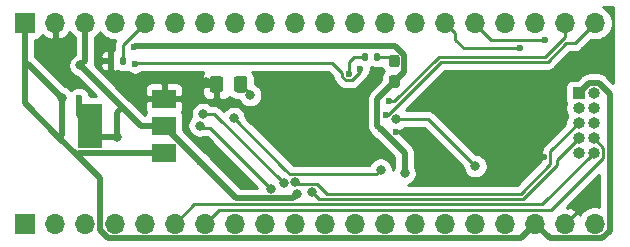
<source format=gbr>
G04 #@! TF.GenerationSoftware,KiCad,Pcbnew,(5.1.8-0-10_14)*
G04 #@! TF.CreationDate,2021-01-18T01:09:24+08:00*
G04 #@! TF.ProjectId,stm32f401_devboard,73746d33-3266-4343-9031-5f646576626f,rev?*
G04 #@! TF.SameCoordinates,Original*
G04 #@! TF.FileFunction,Copper,L2,Bot*
G04 #@! TF.FilePolarity,Positive*
%FSLAX46Y46*%
G04 Gerber Fmt 4.6, Leading zero omitted, Abs format (unit mm)*
G04 Created by KiCad (PCBNEW (5.1.8-0-10_14)) date 2021-01-18 01:09:24*
%MOMM*%
%LPD*%
G01*
G04 APERTURE LIST*
G04 #@! TA.AperFunction,SMDPad,CuDef*
%ADD10R,2.000000X1.500000*%
G04 #@! TD*
G04 #@! TA.AperFunction,SMDPad,CuDef*
%ADD11R,2.000000X3.800000*%
G04 #@! TD*
G04 #@! TA.AperFunction,ComponentPad*
%ADD12O,1.700000X1.700000*%
G04 #@! TD*
G04 #@! TA.AperFunction,ComponentPad*
%ADD13R,1.700000X1.700000*%
G04 #@! TD*
G04 #@! TA.AperFunction,ComponentPad*
%ADD14O,1.000000X1.000000*%
G04 #@! TD*
G04 #@! TA.AperFunction,ComponentPad*
%ADD15R,1.000000X1.000000*%
G04 #@! TD*
G04 #@! TA.AperFunction,ViaPad*
%ADD16C,0.800000*%
G04 #@! TD*
G04 #@! TA.AperFunction,ViaPad*
%ADD17C,0.600000*%
G04 #@! TD*
G04 #@! TA.AperFunction,Conductor*
%ADD18C,0.250000*%
G04 #@! TD*
G04 #@! TA.AperFunction,Conductor*
%ADD19C,0.500000*%
G04 #@! TD*
G04 #@! TA.AperFunction,Conductor*
%ADD20C,0.254000*%
G04 #@! TD*
G04 #@! TA.AperFunction,Conductor*
%ADD21C,0.100000*%
G04 #@! TD*
G04 APERTURE END LIST*
D10*
X114270000Y-58410000D03*
X114270000Y-63010000D03*
X114270000Y-60710000D03*
D11*
X107970000Y-60710000D03*
G04 #@! TA.AperFunction,SMDPad,CuDef*
G36*
G01*
X132040000Y-55055000D02*
X132040000Y-54685000D01*
G75*
G02*
X132175000Y-54550000I135000J0D01*
G01*
X132445000Y-54550000D01*
G75*
G02*
X132580000Y-54685000I0J-135000D01*
G01*
X132580000Y-55055000D01*
G75*
G02*
X132445000Y-55190000I-135000J0D01*
G01*
X132175000Y-55190000D01*
G75*
G02*
X132040000Y-55055000I0J135000D01*
G01*
G37*
G04 #@! TD.AperFunction*
G04 #@! TA.AperFunction,SMDPad,CuDef*
G36*
G01*
X131020000Y-55055000D02*
X131020000Y-54685000D01*
G75*
G02*
X131155000Y-54550000I135000J0D01*
G01*
X131425000Y-54550000D01*
G75*
G02*
X131560000Y-54685000I0J-135000D01*
G01*
X131560000Y-55055000D01*
G75*
G02*
X131425000Y-55190000I-135000J0D01*
G01*
X131155000Y-55190000D01*
G75*
G02*
X131020000Y-55055000I0J135000D01*
G01*
G37*
G04 #@! TD.AperFunction*
G04 #@! TA.AperFunction,SMDPad,CuDef*
G36*
G01*
X110030000Y-55025000D02*
X110030000Y-55395000D01*
G75*
G02*
X109895000Y-55530000I-135000J0D01*
G01*
X109625000Y-55530000D01*
G75*
G02*
X109490000Y-55395000I0J135000D01*
G01*
X109490000Y-55025000D01*
G75*
G02*
X109625000Y-54890000I135000J0D01*
G01*
X109895000Y-54890000D01*
G75*
G02*
X110030000Y-55025000I0J-135000D01*
G01*
G37*
G04 #@! TD.AperFunction*
G04 #@! TA.AperFunction,SMDPad,CuDef*
G36*
G01*
X111050000Y-55025000D02*
X111050000Y-55395000D01*
G75*
G02*
X110915000Y-55530000I-135000J0D01*
G01*
X110645000Y-55530000D01*
G75*
G02*
X110510000Y-55395000I0J135000D01*
G01*
X110510000Y-55025000D01*
G75*
G02*
X110645000Y-54890000I135000J0D01*
G01*
X110915000Y-54890000D01*
G75*
G02*
X111050000Y-55025000I0J-135000D01*
G01*
G37*
G04 #@! TD.AperFunction*
D12*
X150760000Y-69000000D03*
X148220000Y-69000000D03*
X145680000Y-69000000D03*
X143140000Y-69000000D03*
X140600000Y-69000000D03*
X138060000Y-69000000D03*
X135520000Y-69000000D03*
X132980000Y-69000000D03*
X130440000Y-69000000D03*
X127900000Y-69000000D03*
X125360000Y-69000000D03*
X122820000Y-69000000D03*
X120280000Y-69000000D03*
X117740000Y-69000000D03*
X115200000Y-69000000D03*
X112660000Y-69000000D03*
X110120000Y-69000000D03*
X107580000Y-69000000D03*
X105040000Y-69000000D03*
D13*
X102500000Y-69000000D03*
D12*
X150760000Y-52000000D03*
X148220000Y-52000000D03*
X145680000Y-52000000D03*
X143140000Y-52000000D03*
X140600000Y-52000000D03*
X138060000Y-52000000D03*
X135520000Y-52000000D03*
X132980000Y-52000000D03*
X130440000Y-52000000D03*
X127900000Y-52000000D03*
X125360000Y-52000000D03*
X122820000Y-52000000D03*
X120280000Y-52000000D03*
X117740000Y-52000000D03*
X115200000Y-52000000D03*
X112660000Y-52000000D03*
X110120000Y-52000000D03*
X107580000Y-52000000D03*
X105040000Y-52000000D03*
D13*
X102500000Y-52000000D03*
G04 #@! TA.AperFunction,SMDPad,CuDef*
G36*
G01*
X133997500Y-55750000D02*
X133522500Y-55750000D01*
G75*
G02*
X133285000Y-55512500I0J237500D01*
G01*
X133285000Y-54937500D01*
G75*
G02*
X133522500Y-54700000I237500J0D01*
G01*
X133997500Y-54700000D01*
G75*
G02*
X134235000Y-54937500I0J-237500D01*
G01*
X134235000Y-55512500D01*
G75*
G02*
X133997500Y-55750000I-237500J0D01*
G01*
G37*
G04 #@! TD.AperFunction*
G04 #@! TA.AperFunction,SMDPad,CuDef*
G36*
G01*
X133997500Y-57500000D02*
X133522500Y-57500000D01*
G75*
G02*
X133285000Y-57262500I0J237500D01*
G01*
X133285000Y-56687500D01*
G75*
G02*
X133522500Y-56450000I237500J0D01*
G01*
X133997500Y-56450000D01*
G75*
G02*
X134235000Y-56687500I0J-237500D01*
G01*
X134235000Y-57262500D01*
G75*
G02*
X133997500Y-57500000I-237500J0D01*
G01*
G37*
G04 #@! TD.AperFunction*
D14*
X149365000Y-63040000D03*
X150635000Y-63040000D03*
X149365000Y-61770000D03*
X150635000Y-61770000D03*
X149365000Y-60500000D03*
X150635000Y-60500000D03*
X149365000Y-59230000D03*
X150635000Y-59230000D03*
X150635000Y-57960000D03*
D15*
X149365000Y-57960000D03*
G04 #@! TA.AperFunction,SMDPad,CuDef*
G36*
G01*
X120180000Y-57650001D02*
X120180000Y-56749999D01*
G75*
G02*
X120429999Y-56500000I249999J0D01*
G01*
X121080001Y-56500000D01*
G75*
G02*
X121330000Y-56749999I0J-249999D01*
G01*
X121330000Y-57650001D01*
G75*
G02*
X121080001Y-57900000I-249999J0D01*
G01*
X120429999Y-57900000D01*
G75*
G02*
X120180000Y-57650001I0J249999D01*
G01*
G37*
G04 #@! TD.AperFunction*
G04 #@! TA.AperFunction,SMDPad,CuDef*
G36*
G01*
X118130000Y-57650001D02*
X118130000Y-56749999D01*
G75*
G02*
X118379999Y-56500000I249999J0D01*
G01*
X119030001Y-56500000D01*
G75*
G02*
X119280000Y-56749999I0J-249999D01*
G01*
X119280000Y-57650001D01*
G75*
G02*
X119030001Y-57900000I-249999J0D01*
G01*
X118379999Y-57900000D01*
G75*
G02*
X118130000Y-57650001I0J249999D01*
G01*
G37*
G04 #@! TD.AperFunction*
D16*
X117780000Y-56990000D03*
D17*
X133920000Y-61210000D03*
X136000000Y-61800000D03*
X142190000Y-57980000D03*
X145160000Y-60889970D03*
X146429795Y-63380000D03*
X150930000Y-65670000D03*
X127300000Y-60500000D03*
X125690000Y-60500000D03*
X128850000Y-60500000D03*
X127300000Y-62060000D03*
X127310000Y-59120000D03*
D16*
X121550000Y-58110000D03*
X126790000Y-66360000D03*
X125390000Y-65460000D03*
D17*
X132620000Y-60990000D03*
D16*
X125540000Y-66470000D03*
X134630000Y-64720000D03*
X107180000Y-55600000D03*
X110260000Y-61680000D03*
D17*
X107050000Y-58330000D03*
X117345000Y-63785000D03*
X111730000Y-54070000D03*
X146510000Y-53420000D03*
X130840000Y-55880000D03*
X111805014Y-55454986D03*
D16*
X132599429Y-64420571D03*
X120170000Y-60060000D03*
X117570000Y-59730000D03*
X124390000Y-65590000D03*
X117285911Y-60688800D03*
X123360000Y-66060000D03*
D17*
X144380000Y-54160000D03*
X133320000Y-58650000D03*
D16*
X133933096Y-60142210D03*
X140620000Y-64130000D03*
D17*
X133020000Y-59790000D03*
D16*
X105620000Y-58370000D03*
D17*
X129899506Y-56309505D03*
D18*
X118495000Y-56990000D02*
X118705000Y-57200000D01*
X117780000Y-56990000D02*
X118495000Y-56990000D01*
X135410000Y-61210000D02*
X136000000Y-61800000D01*
X133920000Y-61210000D02*
X135410000Y-61210000D01*
X145099970Y-60889970D02*
X145160000Y-60889970D01*
X142190000Y-57980000D02*
X145099970Y-60889970D01*
X145160000Y-62110205D02*
X145160000Y-60889970D01*
X146429795Y-63380000D02*
X145160000Y-62110205D01*
X150930000Y-66290000D02*
X150930000Y-65670000D01*
X148220000Y-69000000D02*
X150930000Y-66290000D01*
X121550000Y-57995000D02*
X120755000Y-57200000D01*
X121550000Y-58110000D02*
X121550000Y-57995000D01*
X146300011Y-67374989D02*
X116825011Y-67374989D01*
X116825011Y-67374989D02*
X115200000Y-69000000D01*
X150635000Y-63040000D02*
X146300011Y-67374989D01*
X126790000Y-66360000D02*
X127354979Y-66924979D01*
X127354979Y-66924979D02*
X144635021Y-66924979D01*
X144635021Y-66924979D02*
X147550000Y-64010000D01*
X147550000Y-63585000D02*
X149365000Y-61770000D01*
X147550000Y-64010000D02*
X147550000Y-63585000D01*
X118915001Y-67824999D02*
X117740000Y-69000000D01*
X147071003Y-67824999D02*
X118915001Y-67824999D01*
X151460001Y-63436001D02*
X147071003Y-67824999D01*
X151460001Y-62595001D02*
X151460001Y-63436001D01*
X150635000Y-61770000D02*
X151460001Y-62595001D01*
X146981795Y-62883205D02*
X149365000Y-60500000D01*
X146981795Y-63941795D02*
X146981795Y-62883205D01*
X128034969Y-66474969D02*
X144448621Y-66474969D01*
X144448621Y-66474969D02*
X146981795Y-63941795D01*
X127194999Y-65634999D02*
X128034969Y-66474969D01*
X125564999Y-65634999D02*
X125390000Y-65460000D01*
X127194999Y-65634999D02*
X125564999Y-65634999D01*
X110260000Y-59400000D02*
X110620000Y-59040000D01*
X110620000Y-59040000D02*
X107180000Y-55600000D01*
X110260000Y-61680000D02*
X110260000Y-59400000D01*
D19*
X108940000Y-61680000D02*
X107970000Y-60710000D01*
X110260000Y-61680000D02*
X108940000Y-61680000D01*
X107050000Y-59790000D02*
X107970000Y-60710000D01*
X107050000Y-58330000D02*
X107050000Y-59790000D01*
X107580000Y-55200000D02*
X107180000Y-55600000D01*
X107580000Y-52000000D02*
X107580000Y-55200000D01*
X112290000Y-60710000D02*
X114270000Y-60710000D01*
X107180000Y-55600000D02*
X112290000Y-60710000D01*
X110260000Y-59620000D02*
X110730000Y-59150000D01*
X110260000Y-61680000D02*
X110260000Y-59620000D01*
D18*
X110730000Y-59150000D02*
X110620000Y-59040000D01*
X112290000Y-60710000D02*
X110730000Y-59150000D01*
D19*
X125172999Y-66837001D02*
X125540000Y-66470000D01*
X120397001Y-66837001D02*
X125172999Y-66837001D01*
X134630000Y-63000000D02*
X132620000Y-60990000D01*
X134630000Y-64720000D02*
X134630000Y-63000000D01*
X132320001Y-58414999D02*
X133760000Y-56975000D01*
X132320001Y-60690001D02*
X132320001Y-58414999D01*
X132620000Y-60990000D02*
X132320001Y-60690001D01*
X117345000Y-63785000D02*
X120397001Y-66837001D01*
X114270000Y-60710000D02*
X117345000Y-63785000D01*
X134612010Y-54682960D02*
X133859050Y-53930000D01*
X134612010Y-56122990D02*
X134612010Y-54682960D01*
X133760000Y-56975000D02*
X134612010Y-56122990D01*
X111870000Y-53930000D02*
X111730000Y-54070000D01*
X133859050Y-53930000D02*
X111870000Y-53930000D01*
D18*
X140600000Y-52000000D02*
X140600000Y-52080000D01*
X140600000Y-52080000D02*
X141940000Y-53420000D01*
X141940000Y-53420000D02*
X146510000Y-53420000D01*
X130840000Y-56185973D02*
X130840000Y-55880000D01*
X129347505Y-56574466D02*
X129634545Y-56861506D01*
X129347505Y-56267505D02*
X129347505Y-56574466D01*
X128490000Y-55410000D02*
X129347505Y-56267505D01*
X114190000Y-55410000D02*
X128490000Y-55410000D01*
X129634545Y-56861506D02*
X130164467Y-56861506D01*
X114180000Y-55420000D02*
X114190000Y-55410000D01*
X111840000Y-55420000D02*
X114180000Y-55420000D01*
X130164467Y-56861506D02*
X130840000Y-56185973D01*
X111805014Y-55454986D02*
X111840000Y-55420000D01*
X124530571Y-64420571D02*
X120170000Y-60060000D01*
X124530571Y-64420571D02*
X124540571Y-64420571D01*
X124540571Y-64420571D02*
X124927999Y-64807999D01*
X132212001Y-64807999D02*
X132599429Y-64420571D01*
X124927999Y-64807999D02*
X132212001Y-64807999D01*
X117570000Y-59758692D02*
X117570000Y-59730000D01*
X118530000Y-59730000D02*
X117570000Y-59730000D01*
X124390000Y-65590000D02*
X118530000Y-59730000D01*
X123360000Y-66060000D02*
X118180000Y-60880000D01*
X117477111Y-60880000D02*
X117285911Y-60688800D01*
X118180000Y-60880000D02*
X117477111Y-60880000D01*
X110780000Y-53880000D02*
X112660000Y-52000000D01*
X110780000Y-55210000D02*
X110780000Y-53880000D01*
X144380000Y-54160000D02*
X139640000Y-54160000D01*
X139640000Y-54160000D02*
X138920000Y-53440000D01*
X138920000Y-52860000D02*
X138060000Y-52000000D01*
X138920000Y-53440000D02*
X138920000Y-52860000D01*
X133320000Y-58650000D02*
X133320000Y-58640000D01*
X146562081Y-54860000D02*
X148220000Y-53202081D01*
X137534264Y-54860000D02*
X146562081Y-54860000D01*
X148220000Y-53202081D02*
X148220000Y-52000000D01*
X133744264Y-58650000D02*
X137534264Y-54860000D01*
X133320000Y-58650000D02*
X133744264Y-58650000D01*
X136632210Y-60142210D02*
X140620000Y-64130000D01*
X133933096Y-60142210D02*
X136632210Y-60142210D01*
X133260000Y-59790000D02*
X137739990Y-55310010D01*
X133020000Y-59790000D02*
X133260000Y-59790000D01*
X137739990Y-55310010D02*
X146748482Y-55310009D01*
X146748482Y-55310009D02*
X148324246Y-53734245D01*
X149025755Y-53734245D02*
X150760000Y-52000000D01*
X148324246Y-53734245D02*
X149025755Y-53734245D01*
X102500000Y-55250000D02*
X102500000Y-52000000D01*
X105620000Y-58370000D02*
X102500000Y-55250000D01*
X106784998Y-63010000D02*
X114270000Y-63010000D01*
X105620000Y-61845002D02*
X106784998Y-63010000D01*
X105620000Y-58370000D02*
X105620000Y-61845002D01*
D19*
X150242001Y-57082999D02*
X149365000Y-57960000D01*
X151987001Y-58014039D02*
X151055961Y-57082999D01*
X151987001Y-69588961D02*
X151987001Y-58014039D01*
X151348961Y-70227001D02*
X151987001Y-69588961D01*
X146907001Y-70227001D02*
X151348961Y-70227001D01*
X151055961Y-57082999D02*
X150242001Y-57082999D01*
X145680000Y-69000000D02*
X146907001Y-70227001D01*
X108807001Y-69502963D02*
X108807001Y-65125603D01*
X109531039Y-70227001D02*
X108807001Y-69502963D01*
X144452999Y-70227001D02*
X109531039Y-70227001D01*
X145680000Y-69000000D02*
X144452999Y-70227001D01*
X105620000Y-61520000D02*
X105410699Y-61729301D01*
X105410699Y-61729301D02*
X102500000Y-58818602D01*
X105620000Y-58370000D02*
X105620000Y-61520000D01*
X102730000Y-55480000D02*
X102500000Y-55480000D01*
X105620000Y-58370000D02*
X102730000Y-55480000D01*
X102500000Y-55480000D02*
X102500000Y-52000000D01*
X102500000Y-58818602D02*
X102500000Y-55480000D01*
X107060000Y-63010000D02*
X106875699Y-63194301D01*
X114270000Y-63010000D02*
X107060000Y-63010000D01*
X106875699Y-63194301D02*
X105410699Y-61729301D01*
X108807001Y-65125603D02*
X106875699Y-63194301D01*
D18*
X133405000Y-54870000D02*
X133760000Y-55225000D01*
X132285000Y-54870000D02*
X133405000Y-54870000D01*
X129899506Y-55885241D02*
X129900000Y-55884747D01*
X129899506Y-56309505D02*
X129899506Y-55885241D01*
X129900000Y-55884747D02*
X129900000Y-55290000D01*
X130320000Y-54870000D02*
X131315000Y-54870000D01*
X129900000Y-55290000D02*
X130320000Y-54870000D01*
D20*
X148347000Y-68873000D02*
X148367000Y-68873000D01*
X148367000Y-69127000D01*
X148347000Y-69127000D01*
X148347000Y-69147000D01*
X148093000Y-69147000D01*
X148093000Y-69127000D01*
X148073000Y-69127000D01*
X148073000Y-68873000D01*
X148093000Y-68873000D01*
X148093000Y-68853000D01*
X148347000Y-68853000D01*
X148347000Y-68873000D01*
G04 #@! TA.AperFunction,Conductor*
D21*
G36*
X148347000Y-68873000D02*
G01*
X148367000Y-68873000D01*
X148367000Y-69127000D01*
X148347000Y-69127000D01*
X148347000Y-69147000D01*
X148093000Y-69147000D01*
X148093000Y-69127000D01*
X148073000Y-69127000D01*
X148073000Y-68873000D01*
X148093000Y-68873000D01*
X148093000Y-68853000D01*
X148347000Y-68853000D01*
X148347000Y-68873000D01*
G37*
G04 #@! TD.AperFunction*
D20*
X151102001Y-67553936D02*
X150906260Y-67515000D01*
X150613740Y-67515000D01*
X150326842Y-67572068D01*
X150056589Y-67684010D01*
X149813368Y-67846525D01*
X149606525Y-68053368D01*
X149484805Y-68235534D01*
X149415178Y-68118645D01*
X149220269Y-67902412D01*
X148986920Y-67728359D01*
X148724099Y-67603175D01*
X148576890Y-67558524D01*
X148347002Y-67679844D01*
X148347002Y-67623801D01*
X151102001Y-64868803D01*
X151102001Y-67553936D01*
G04 #@! TA.AperFunction,Conductor*
D21*
G36*
X151102001Y-67553936D02*
G01*
X150906260Y-67515000D01*
X150613740Y-67515000D01*
X150326842Y-67572068D01*
X150056589Y-67684010D01*
X149813368Y-67846525D01*
X149606525Y-68053368D01*
X149484805Y-68235534D01*
X149415178Y-68118645D01*
X149220269Y-67902412D01*
X148986920Y-67728359D01*
X148724099Y-67603175D01*
X148576890Y-67558524D01*
X148347002Y-67679844D01*
X148347002Y-67623801D01*
X151102001Y-64868803D01*
X151102001Y-67553936D01*
G37*
G04 #@! TD.AperFunction*
D20*
X108966525Y-52946632D02*
X109173368Y-53153475D01*
X109416589Y-53315990D01*
X109686842Y-53427932D01*
X109973740Y-53485000D01*
X110129378Y-53485000D01*
X110074454Y-53587754D01*
X110062516Y-53627111D01*
X110035216Y-53717111D01*
X110030998Y-53731015D01*
X110016324Y-53880000D01*
X110020001Y-53917332D01*
X110020001Y-54280749D01*
X109887000Y-54413750D01*
X109887000Y-54873462D01*
X109886782Y-54874181D01*
X109871928Y-55025000D01*
X109871928Y-55395000D01*
X109886782Y-55545819D01*
X109887000Y-55546538D01*
X109887000Y-56006250D01*
X110045750Y-56165000D01*
X110162202Y-56154226D01*
X110281442Y-56116441D01*
X110321451Y-56094416D01*
X110349158Y-56109225D01*
X110494181Y-56153218D01*
X110645000Y-56168072D01*
X110915000Y-56168072D01*
X111065819Y-56153218D01*
X111154158Y-56126420D01*
X111208986Y-56181248D01*
X111362125Y-56283572D01*
X111532285Y-56354054D01*
X111712925Y-56389986D01*
X111897103Y-56389986D01*
X112077743Y-56354054D01*
X112247903Y-56283572D01*
X112401042Y-56181248D01*
X112402290Y-56180000D01*
X114142678Y-56180000D01*
X114180000Y-56183676D01*
X114217322Y-56180000D01*
X114217333Y-56180000D01*
X114318863Y-56170000D01*
X117586370Y-56170000D01*
X117540498Y-56255820D01*
X117504188Y-56375518D01*
X117491928Y-56500000D01*
X117495000Y-56914250D01*
X117653750Y-57073000D01*
X118578000Y-57073000D01*
X118578000Y-57053000D01*
X118832000Y-57053000D01*
X118832000Y-57073000D01*
X118852000Y-57073000D01*
X118852000Y-57327000D01*
X118832000Y-57327000D01*
X118832000Y-58376250D01*
X118990750Y-58535000D01*
X119280000Y-58538072D01*
X119404482Y-58525812D01*
X119524180Y-58489502D01*
X119634494Y-58430537D01*
X119731185Y-58351185D01*
X119796658Y-58271406D01*
X119802038Y-58277962D01*
X119936613Y-58388405D01*
X120090149Y-58470472D01*
X120256745Y-58521008D01*
X120429999Y-58538072D01*
X120607037Y-58538072D01*
X120632795Y-58600256D01*
X120746063Y-58769774D01*
X120890226Y-58913937D01*
X121059744Y-59027205D01*
X121248102Y-59105226D01*
X121448061Y-59145000D01*
X121651939Y-59145000D01*
X121851898Y-59105226D01*
X122040256Y-59027205D01*
X122209774Y-58913937D01*
X122353937Y-58769774D01*
X122467205Y-58600256D01*
X122545226Y-58411898D01*
X122585000Y-58211939D01*
X122585000Y-58008061D01*
X122545226Y-57808102D01*
X122467205Y-57619744D01*
X122353937Y-57450226D01*
X122209774Y-57306063D01*
X122040256Y-57192795D01*
X121968072Y-57162895D01*
X121968072Y-56749999D01*
X121951008Y-56576745D01*
X121900472Y-56410149D01*
X121818405Y-56256613D01*
X121747323Y-56170000D01*
X128175199Y-56170000D01*
X128584284Y-56579086D01*
X128587505Y-56611788D01*
X128587505Y-56611799D01*
X128598502Y-56723452D01*
X128641959Y-56866713D01*
X128712531Y-56998742D01*
X128807504Y-57114467D01*
X128836507Y-57138269D01*
X129070741Y-57372503D01*
X129094544Y-57401507D01*
X129210269Y-57496480D01*
X129342298Y-57567052D01*
X129485559Y-57610509D01*
X129597212Y-57621506D01*
X129597222Y-57621506D01*
X129634545Y-57625182D01*
X129671868Y-57621506D01*
X130127145Y-57621506D01*
X130164467Y-57625182D01*
X130201789Y-57621506D01*
X130201800Y-57621506D01*
X130313453Y-57610509D01*
X130456714Y-57567052D01*
X130588743Y-57496480D01*
X130704468Y-57401507D01*
X130728270Y-57372504D01*
X131351004Y-56749771D01*
X131380001Y-56725974D01*
X131411576Y-56687500D01*
X131474974Y-56610250D01*
X131524275Y-56518015D01*
X131566262Y-56476028D01*
X131668586Y-56322889D01*
X131739068Y-56152729D01*
X131775000Y-55972089D01*
X131775000Y-55787911D01*
X131766436Y-55744855D01*
X131800000Y-55726914D01*
X131879158Y-55769225D01*
X132024181Y-55813218D01*
X132175000Y-55828072D01*
X132445000Y-55828072D01*
X132595819Y-55813218D01*
X132694112Y-55783401D01*
X132713577Y-55847567D01*
X132794488Y-55998942D01*
X132877425Y-56100000D01*
X132794488Y-56201058D01*
X132713577Y-56352433D01*
X132663752Y-56516684D01*
X132646928Y-56687500D01*
X132646928Y-56836493D01*
X131724952Y-57758470D01*
X131691185Y-57786182D01*
X131663472Y-57819950D01*
X131663469Y-57819953D01*
X131580591Y-57920940D01*
X131498413Y-58074686D01*
X131447806Y-58241509D01*
X131430720Y-58414999D01*
X131435002Y-58458478D01*
X131435001Y-60646532D01*
X131430720Y-60690001D01*
X131435001Y-60733470D01*
X131435001Y-60733477D01*
X131442322Y-60807805D01*
X131447806Y-60863491D01*
X131451620Y-60876063D01*
X131498412Y-61030313D01*
X131580590Y-61184059D01*
X131691184Y-61318818D01*
X131724957Y-61346535D01*
X131777345Y-61398923D01*
X131791414Y-61432889D01*
X131893738Y-61586028D01*
X132023972Y-61716262D01*
X132177111Y-61818586D01*
X132211077Y-61832655D01*
X133745001Y-63366580D01*
X133745000Y-64181545D01*
X133712795Y-64229744D01*
X133634774Y-64418102D01*
X133634429Y-64419836D01*
X133634429Y-64318632D01*
X133594655Y-64118673D01*
X133516634Y-63930315D01*
X133403366Y-63760797D01*
X133259203Y-63616634D01*
X133089685Y-63503366D01*
X132901327Y-63425345D01*
X132701368Y-63385571D01*
X132497490Y-63385571D01*
X132297531Y-63425345D01*
X132109173Y-63503366D01*
X131939655Y-63616634D01*
X131795492Y-63760797D01*
X131682224Y-63930315D01*
X131633477Y-64047999D01*
X125242800Y-64047999D01*
X125104375Y-63909574D01*
X125080572Y-63880570D01*
X124995808Y-63811006D01*
X121205000Y-60020199D01*
X121205000Y-59958061D01*
X121165226Y-59758102D01*
X121087205Y-59569744D01*
X120973937Y-59400226D01*
X120829774Y-59256063D01*
X120660256Y-59142795D01*
X120471898Y-59064774D01*
X120271939Y-59025000D01*
X120068061Y-59025000D01*
X119868102Y-59064774D01*
X119679744Y-59142795D01*
X119510226Y-59256063D01*
X119366063Y-59400226D01*
X119329599Y-59454798D01*
X119093804Y-59219003D01*
X119070001Y-59189999D01*
X118954276Y-59095026D01*
X118822247Y-59024454D01*
X118678986Y-58980997D01*
X118567333Y-58970000D01*
X118567322Y-58970000D01*
X118530000Y-58966324D01*
X118492678Y-58970000D01*
X118273711Y-58970000D01*
X118229774Y-58926063D01*
X118060256Y-58812795D01*
X117871898Y-58734774D01*
X117671939Y-58695000D01*
X117468061Y-58695000D01*
X117268102Y-58734774D01*
X117079744Y-58812795D01*
X116910226Y-58926063D01*
X116766063Y-59070226D01*
X116652795Y-59239744D01*
X116574774Y-59428102D01*
X116535000Y-59628061D01*
X116535000Y-59831939D01*
X116558901Y-59952099D01*
X116481974Y-60029026D01*
X116368706Y-60198544D01*
X116290685Y-60386902D01*
X116250911Y-60586861D01*
X116250911Y-60790739D01*
X116290685Y-60990698D01*
X116368706Y-61179056D01*
X116481974Y-61348574D01*
X116626137Y-61492737D01*
X116795655Y-61606005D01*
X116984013Y-61684026D01*
X117183972Y-61723800D01*
X117387850Y-61723800D01*
X117587809Y-61684026D01*
X117694096Y-61640000D01*
X117865199Y-61640000D01*
X122177199Y-65952001D01*
X120763580Y-65952001D01*
X118187655Y-63376077D01*
X118173586Y-63342111D01*
X118071262Y-63188972D01*
X117941028Y-63058738D01*
X117787889Y-62956414D01*
X117753924Y-62942346D01*
X115908072Y-61096494D01*
X115908072Y-59960000D01*
X115895812Y-59835518D01*
X115859502Y-59715820D01*
X115800537Y-59605506D01*
X115763191Y-59560000D01*
X115800537Y-59514494D01*
X115859502Y-59404180D01*
X115895812Y-59284482D01*
X115908072Y-59160000D01*
X115905000Y-58695750D01*
X115746250Y-58537000D01*
X114397000Y-58537000D01*
X114397000Y-58557000D01*
X114143000Y-58557000D01*
X114143000Y-58537000D01*
X112793750Y-58537000D01*
X112635000Y-58695750D01*
X112631928Y-59160000D01*
X112644188Y-59284482D01*
X112680498Y-59404180D01*
X112739463Y-59514494D01*
X112776809Y-59560000D01*
X112739463Y-59605506D01*
X112680498Y-59715820D01*
X112649520Y-59817941D01*
X111386528Y-58554950D01*
X111358817Y-58521183D01*
X111325050Y-58493472D01*
X110491579Y-57660000D01*
X112631928Y-57660000D01*
X112635000Y-58124250D01*
X112793750Y-58283000D01*
X114143000Y-58283000D01*
X114143000Y-57183750D01*
X114397000Y-57183750D01*
X114397000Y-58283000D01*
X115746250Y-58283000D01*
X115905000Y-58124250D01*
X115906483Y-57900000D01*
X117491928Y-57900000D01*
X117504188Y-58024482D01*
X117540498Y-58144180D01*
X117599463Y-58254494D01*
X117678815Y-58351185D01*
X117775506Y-58430537D01*
X117885820Y-58489502D01*
X118005518Y-58525812D01*
X118130000Y-58538072D01*
X118419250Y-58535000D01*
X118578000Y-58376250D01*
X118578000Y-57327000D01*
X117653750Y-57327000D01*
X117495000Y-57485750D01*
X117491928Y-57900000D01*
X115906483Y-57900000D01*
X115908072Y-57660000D01*
X115895812Y-57535518D01*
X115859502Y-57415820D01*
X115800537Y-57305506D01*
X115721185Y-57208815D01*
X115624494Y-57129463D01*
X115514180Y-57070498D01*
X115394482Y-57034188D01*
X115270000Y-57021928D01*
X114555750Y-57025000D01*
X114397000Y-57183750D01*
X114143000Y-57183750D01*
X113984250Y-57025000D01*
X113270000Y-57021928D01*
X113145518Y-57034188D01*
X113025820Y-57070498D01*
X112915506Y-57129463D01*
X112818815Y-57208815D01*
X112739463Y-57305506D01*
X112680498Y-57415820D01*
X112644188Y-57535518D01*
X112631928Y-57660000D01*
X110491579Y-57660000D01*
X108391245Y-55559666D01*
X108401589Y-55540313D01*
X108407108Y-55522119D01*
X108851977Y-55522119D01*
X108862699Y-55646742D01*
X108897527Y-55766879D01*
X108955124Y-55877914D01*
X109033276Y-55975578D01*
X109128980Y-56056118D01*
X109238558Y-56116441D01*
X109357798Y-56154226D01*
X109474250Y-56165000D01*
X109633000Y-56006250D01*
X109633000Y-55337000D01*
X109013750Y-55337000D01*
X108855000Y-55495750D01*
X108851977Y-55522119D01*
X108407108Y-55522119D01*
X108452195Y-55373490D01*
X108465000Y-55243477D01*
X108465000Y-55243467D01*
X108469281Y-55200001D01*
X108465000Y-55156535D01*
X108465000Y-54897881D01*
X108851977Y-54897881D01*
X108855000Y-54924250D01*
X109013750Y-55083000D01*
X109633000Y-55083000D01*
X109633000Y-54413750D01*
X109474250Y-54255000D01*
X109357798Y-54265774D01*
X109238558Y-54303559D01*
X109128980Y-54363882D01*
X109033276Y-54444422D01*
X108955124Y-54542086D01*
X108897527Y-54653121D01*
X108862699Y-54773258D01*
X108851977Y-54897881D01*
X108465000Y-54897881D01*
X108465000Y-53194656D01*
X108526632Y-53153475D01*
X108733475Y-52946632D01*
X108850000Y-52772240D01*
X108966525Y-52946632D01*
G04 #@! TA.AperFunction,Conductor*
D21*
G36*
X108966525Y-52946632D02*
G01*
X109173368Y-53153475D01*
X109416589Y-53315990D01*
X109686842Y-53427932D01*
X109973740Y-53485000D01*
X110129378Y-53485000D01*
X110074454Y-53587754D01*
X110062516Y-53627111D01*
X110035216Y-53717111D01*
X110030998Y-53731015D01*
X110016324Y-53880000D01*
X110020001Y-53917332D01*
X110020001Y-54280749D01*
X109887000Y-54413750D01*
X109887000Y-54873462D01*
X109886782Y-54874181D01*
X109871928Y-55025000D01*
X109871928Y-55395000D01*
X109886782Y-55545819D01*
X109887000Y-55546538D01*
X109887000Y-56006250D01*
X110045750Y-56165000D01*
X110162202Y-56154226D01*
X110281442Y-56116441D01*
X110321451Y-56094416D01*
X110349158Y-56109225D01*
X110494181Y-56153218D01*
X110645000Y-56168072D01*
X110915000Y-56168072D01*
X111065819Y-56153218D01*
X111154158Y-56126420D01*
X111208986Y-56181248D01*
X111362125Y-56283572D01*
X111532285Y-56354054D01*
X111712925Y-56389986D01*
X111897103Y-56389986D01*
X112077743Y-56354054D01*
X112247903Y-56283572D01*
X112401042Y-56181248D01*
X112402290Y-56180000D01*
X114142678Y-56180000D01*
X114180000Y-56183676D01*
X114217322Y-56180000D01*
X114217333Y-56180000D01*
X114318863Y-56170000D01*
X117586370Y-56170000D01*
X117540498Y-56255820D01*
X117504188Y-56375518D01*
X117491928Y-56500000D01*
X117495000Y-56914250D01*
X117653750Y-57073000D01*
X118578000Y-57073000D01*
X118578000Y-57053000D01*
X118832000Y-57053000D01*
X118832000Y-57073000D01*
X118852000Y-57073000D01*
X118852000Y-57327000D01*
X118832000Y-57327000D01*
X118832000Y-58376250D01*
X118990750Y-58535000D01*
X119280000Y-58538072D01*
X119404482Y-58525812D01*
X119524180Y-58489502D01*
X119634494Y-58430537D01*
X119731185Y-58351185D01*
X119796658Y-58271406D01*
X119802038Y-58277962D01*
X119936613Y-58388405D01*
X120090149Y-58470472D01*
X120256745Y-58521008D01*
X120429999Y-58538072D01*
X120607037Y-58538072D01*
X120632795Y-58600256D01*
X120746063Y-58769774D01*
X120890226Y-58913937D01*
X121059744Y-59027205D01*
X121248102Y-59105226D01*
X121448061Y-59145000D01*
X121651939Y-59145000D01*
X121851898Y-59105226D01*
X122040256Y-59027205D01*
X122209774Y-58913937D01*
X122353937Y-58769774D01*
X122467205Y-58600256D01*
X122545226Y-58411898D01*
X122585000Y-58211939D01*
X122585000Y-58008061D01*
X122545226Y-57808102D01*
X122467205Y-57619744D01*
X122353937Y-57450226D01*
X122209774Y-57306063D01*
X122040256Y-57192795D01*
X121968072Y-57162895D01*
X121968072Y-56749999D01*
X121951008Y-56576745D01*
X121900472Y-56410149D01*
X121818405Y-56256613D01*
X121747323Y-56170000D01*
X128175199Y-56170000D01*
X128584284Y-56579086D01*
X128587505Y-56611788D01*
X128587505Y-56611799D01*
X128598502Y-56723452D01*
X128641959Y-56866713D01*
X128712531Y-56998742D01*
X128807504Y-57114467D01*
X128836507Y-57138269D01*
X129070741Y-57372503D01*
X129094544Y-57401507D01*
X129210269Y-57496480D01*
X129342298Y-57567052D01*
X129485559Y-57610509D01*
X129597212Y-57621506D01*
X129597222Y-57621506D01*
X129634545Y-57625182D01*
X129671868Y-57621506D01*
X130127145Y-57621506D01*
X130164467Y-57625182D01*
X130201789Y-57621506D01*
X130201800Y-57621506D01*
X130313453Y-57610509D01*
X130456714Y-57567052D01*
X130588743Y-57496480D01*
X130704468Y-57401507D01*
X130728270Y-57372504D01*
X131351004Y-56749771D01*
X131380001Y-56725974D01*
X131411576Y-56687500D01*
X131474974Y-56610250D01*
X131524275Y-56518015D01*
X131566262Y-56476028D01*
X131668586Y-56322889D01*
X131739068Y-56152729D01*
X131775000Y-55972089D01*
X131775000Y-55787911D01*
X131766436Y-55744855D01*
X131800000Y-55726914D01*
X131879158Y-55769225D01*
X132024181Y-55813218D01*
X132175000Y-55828072D01*
X132445000Y-55828072D01*
X132595819Y-55813218D01*
X132694112Y-55783401D01*
X132713577Y-55847567D01*
X132794488Y-55998942D01*
X132877425Y-56100000D01*
X132794488Y-56201058D01*
X132713577Y-56352433D01*
X132663752Y-56516684D01*
X132646928Y-56687500D01*
X132646928Y-56836493D01*
X131724952Y-57758470D01*
X131691185Y-57786182D01*
X131663472Y-57819950D01*
X131663469Y-57819953D01*
X131580591Y-57920940D01*
X131498413Y-58074686D01*
X131447806Y-58241509D01*
X131430720Y-58414999D01*
X131435002Y-58458478D01*
X131435001Y-60646532D01*
X131430720Y-60690001D01*
X131435001Y-60733470D01*
X131435001Y-60733477D01*
X131442322Y-60807805D01*
X131447806Y-60863491D01*
X131451620Y-60876063D01*
X131498412Y-61030313D01*
X131580590Y-61184059D01*
X131691184Y-61318818D01*
X131724957Y-61346535D01*
X131777345Y-61398923D01*
X131791414Y-61432889D01*
X131893738Y-61586028D01*
X132023972Y-61716262D01*
X132177111Y-61818586D01*
X132211077Y-61832655D01*
X133745001Y-63366580D01*
X133745000Y-64181545D01*
X133712795Y-64229744D01*
X133634774Y-64418102D01*
X133634429Y-64419836D01*
X133634429Y-64318632D01*
X133594655Y-64118673D01*
X133516634Y-63930315D01*
X133403366Y-63760797D01*
X133259203Y-63616634D01*
X133089685Y-63503366D01*
X132901327Y-63425345D01*
X132701368Y-63385571D01*
X132497490Y-63385571D01*
X132297531Y-63425345D01*
X132109173Y-63503366D01*
X131939655Y-63616634D01*
X131795492Y-63760797D01*
X131682224Y-63930315D01*
X131633477Y-64047999D01*
X125242800Y-64047999D01*
X125104375Y-63909574D01*
X125080572Y-63880570D01*
X124995808Y-63811006D01*
X121205000Y-60020199D01*
X121205000Y-59958061D01*
X121165226Y-59758102D01*
X121087205Y-59569744D01*
X120973937Y-59400226D01*
X120829774Y-59256063D01*
X120660256Y-59142795D01*
X120471898Y-59064774D01*
X120271939Y-59025000D01*
X120068061Y-59025000D01*
X119868102Y-59064774D01*
X119679744Y-59142795D01*
X119510226Y-59256063D01*
X119366063Y-59400226D01*
X119329599Y-59454798D01*
X119093804Y-59219003D01*
X119070001Y-59189999D01*
X118954276Y-59095026D01*
X118822247Y-59024454D01*
X118678986Y-58980997D01*
X118567333Y-58970000D01*
X118567322Y-58970000D01*
X118530000Y-58966324D01*
X118492678Y-58970000D01*
X118273711Y-58970000D01*
X118229774Y-58926063D01*
X118060256Y-58812795D01*
X117871898Y-58734774D01*
X117671939Y-58695000D01*
X117468061Y-58695000D01*
X117268102Y-58734774D01*
X117079744Y-58812795D01*
X116910226Y-58926063D01*
X116766063Y-59070226D01*
X116652795Y-59239744D01*
X116574774Y-59428102D01*
X116535000Y-59628061D01*
X116535000Y-59831939D01*
X116558901Y-59952099D01*
X116481974Y-60029026D01*
X116368706Y-60198544D01*
X116290685Y-60386902D01*
X116250911Y-60586861D01*
X116250911Y-60790739D01*
X116290685Y-60990698D01*
X116368706Y-61179056D01*
X116481974Y-61348574D01*
X116626137Y-61492737D01*
X116795655Y-61606005D01*
X116984013Y-61684026D01*
X117183972Y-61723800D01*
X117387850Y-61723800D01*
X117587809Y-61684026D01*
X117694096Y-61640000D01*
X117865199Y-61640000D01*
X122177199Y-65952001D01*
X120763580Y-65952001D01*
X118187655Y-63376077D01*
X118173586Y-63342111D01*
X118071262Y-63188972D01*
X117941028Y-63058738D01*
X117787889Y-62956414D01*
X117753924Y-62942346D01*
X115908072Y-61096494D01*
X115908072Y-59960000D01*
X115895812Y-59835518D01*
X115859502Y-59715820D01*
X115800537Y-59605506D01*
X115763191Y-59560000D01*
X115800537Y-59514494D01*
X115859502Y-59404180D01*
X115895812Y-59284482D01*
X115908072Y-59160000D01*
X115905000Y-58695750D01*
X115746250Y-58537000D01*
X114397000Y-58537000D01*
X114397000Y-58557000D01*
X114143000Y-58557000D01*
X114143000Y-58537000D01*
X112793750Y-58537000D01*
X112635000Y-58695750D01*
X112631928Y-59160000D01*
X112644188Y-59284482D01*
X112680498Y-59404180D01*
X112739463Y-59514494D01*
X112776809Y-59560000D01*
X112739463Y-59605506D01*
X112680498Y-59715820D01*
X112649520Y-59817941D01*
X111386528Y-58554950D01*
X111358817Y-58521183D01*
X111325050Y-58493472D01*
X110491579Y-57660000D01*
X112631928Y-57660000D01*
X112635000Y-58124250D01*
X112793750Y-58283000D01*
X114143000Y-58283000D01*
X114143000Y-57183750D01*
X114397000Y-57183750D01*
X114397000Y-58283000D01*
X115746250Y-58283000D01*
X115905000Y-58124250D01*
X115906483Y-57900000D01*
X117491928Y-57900000D01*
X117504188Y-58024482D01*
X117540498Y-58144180D01*
X117599463Y-58254494D01*
X117678815Y-58351185D01*
X117775506Y-58430537D01*
X117885820Y-58489502D01*
X118005518Y-58525812D01*
X118130000Y-58538072D01*
X118419250Y-58535000D01*
X118578000Y-58376250D01*
X118578000Y-57327000D01*
X117653750Y-57327000D01*
X117495000Y-57485750D01*
X117491928Y-57900000D01*
X115906483Y-57900000D01*
X115908072Y-57660000D01*
X115895812Y-57535518D01*
X115859502Y-57415820D01*
X115800537Y-57305506D01*
X115721185Y-57208815D01*
X115624494Y-57129463D01*
X115514180Y-57070498D01*
X115394482Y-57034188D01*
X115270000Y-57021928D01*
X114555750Y-57025000D01*
X114397000Y-57183750D01*
X114143000Y-57183750D01*
X113984250Y-57025000D01*
X113270000Y-57021928D01*
X113145518Y-57034188D01*
X113025820Y-57070498D01*
X112915506Y-57129463D01*
X112818815Y-57208815D01*
X112739463Y-57305506D01*
X112680498Y-57415820D01*
X112644188Y-57535518D01*
X112631928Y-57660000D01*
X110491579Y-57660000D01*
X108391245Y-55559666D01*
X108401589Y-55540313D01*
X108407108Y-55522119D01*
X108851977Y-55522119D01*
X108862699Y-55646742D01*
X108897527Y-55766879D01*
X108955124Y-55877914D01*
X109033276Y-55975578D01*
X109128980Y-56056118D01*
X109238558Y-56116441D01*
X109357798Y-56154226D01*
X109474250Y-56165000D01*
X109633000Y-56006250D01*
X109633000Y-55337000D01*
X109013750Y-55337000D01*
X108855000Y-55495750D01*
X108851977Y-55522119D01*
X108407108Y-55522119D01*
X108452195Y-55373490D01*
X108465000Y-55243477D01*
X108465000Y-55243467D01*
X108469281Y-55200001D01*
X108465000Y-55156535D01*
X108465000Y-54897881D01*
X108851977Y-54897881D01*
X108855000Y-54924250D01*
X109013750Y-55083000D01*
X109633000Y-55083000D01*
X109633000Y-54413750D01*
X109474250Y-54255000D01*
X109357798Y-54265774D01*
X109238558Y-54303559D01*
X109128980Y-54363882D01*
X109033276Y-54444422D01*
X108955124Y-54542086D01*
X108897527Y-54653121D01*
X108862699Y-54773258D01*
X108851977Y-54897881D01*
X108465000Y-54897881D01*
X108465000Y-53194656D01*
X108526632Y-53153475D01*
X108733475Y-52946632D01*
X108850000Y-52772240D01*
X108966525Y-52946632D01*
G37*
G04 #@! TD.AperFunction*
D20*
X152315000Y-57090460D02*
X151712495Y-56487955D01*
X151684778Y-56454182D01*
X151550020Y-56343588D01*
X151396274Y-56261410D01*
X151229451Y-56210804D01*
X151099438Y-56197999D01*
X151099430Y-56197999D01*
X151055961Y-56193718D01*
X151012492Y-56197999D01*
X150285470Y-56197999D01*
X150242001Y-56193718D01*
X150198532Y-56197999D01*
X150198524Y-56197999D01*
X150068511Y-56210804D01*
X149901688Y-56261410D01*
X149789257Y-56321505D01*
X149747942Y-56343588D01*
X149646954Y-56426467D01*
X149646952Y-56426469D01*
X149613184Y-56454182D01*
X149585471Y-56487950D01*
X149251493Y-56821928D01*
X148865000Y-56821928D01*
X148740518Y-56834188D01*
X148620820Y-56870498D01*
X148510506Y-56929463D01*
X148413815Y-57008815D01*
X148334463Y-57105506D01*
X148275498Y-57215820D01*
X148239188Y-57335518D01*
X148226928Y-57460000D01*
X148226928Y-58460000D01*
X148239188Y-58584482D01*
X148275498Y-58704180D01*
X148319888Y-58787226D01*
X148273617Y-58898933D01*
X148230000Y-59118212D01*
X148230000Y-59341788D01*
X148273617Y-59561067D01*
X148359176Y-59767624D01*
X148424241Y-59865000D01*
X148359176Y-59962376D01*
X148273617Y-60168933D01*
X148230000Y-60388212D01*
X148230000Y-60560198D01*
X146470793Y-62319406D01*
X146441795Y-62343204D01*
X146417997Y-62372202D01*
X146417996Y-62372203D01*
X146346821Y-62458929D01*
X146276249Y-62590959D01*
X146252368Y-62669687D01*
X146233935Y-62730456D01*
X146232793Y-62734220D01*
X146218119Y-62883205D01*
X146221796Y-62920537D01*
X146221795Y-63626993D01*
X144133820Y-65714969D01*
X134932518Y-65714969D01*
X135120256Y-65637205D01*
X135289774Y-65523937D01*
X135433937Y-65379774D01*
X135547205Y-65210256D01*
X135625226Y-65021898D01*
X135665000Y-64821939D01*
X135665000Y-64618061D01*
X135625226Y-64418102D01*
X135547205Y-64229744D01*
X135515000Y-64181546D01*
X135515000Y-63043465D01*
X135519281Y-62999999D01*
X135515000Y-62956533D01*
X135515000Y-62956523D01*
X135502195Y-62826510D01*
X135451589Y-62659687D01*
X135369411Y-62505941D01*
X135327515Y-62454891D01*
X135286532Y-62404953D01*
X135286530Y-62404951D01*
X135258817Y-62371183D01*
X135225049Y-62343470D01*
X134054847Y-61173269D01*
X134234994Y-61137436D01*
X134423352Y-61059415D01*
X134592870Y-60946147D01*
X134636807Y-60902210D01*
X136317409Y-60902210D01*
X139585000Y-64169802D01*
X139585000Y-64231939D01*
X139624774Y-64431898D01*
X139702795Y-64620256D01*
X139816063Y-64789774D01*
X139960226Y-64933937D01*
X140129744Y-65047205D01*
X140318102Y-65125226D01*
X140518061Y-65165000D01*
X140721939Y-65165000D01*
X140921898Y-65125226D01*
X141110256Y-65047205D01*
X141279774Y-64933937D01*
X141423937Y-64789774D01*
X141537205Y-64620256D01*
X141615226Y-64431898D01*
X141655000Y-64231939D01*
X141655000Y-64028061D01*
X141615226Y-63828102D01*
X141537205Y-63639744D01*
X141423937Y-63470226D01*
X141279774Y-63326063D01*
X141110256Y-63212795D01*
X140921898Y-63134774D01*
X140721939Y-63095000D01*
X140659802Y-63095000D01*
X137196014Y-59631213D01*
X137172211Y-59602209D01*
X137056486Y-59507236D01*
X136924457Y-59436664D01*
X136781196Y-59393207D01*
X136669543Y-59382210D01*
X136669532Y-59382210D01*
X136632210Y-59378534D01*
X136594888Y-59382210D01*
X134742591Y-59382210D01*
X138054792Y-56070010D01*
X146711150Y-56070008D01*
X146748482Y-56073685D01*
X146785815Y-56070008D01*
X146897468Y-56059011D01*
X146970073Y-56036987D01*
X147040728Y-56015555D01*
X147172758Y-55944983D01*
X147259484Y-55873808D01*
X147259485Y-55873807D01*
X147288483Y-55850009D01*
X147312281Y-55821011D01*
X148639048Y-54494245D01*
X148988433Y-54494245D01*
X149025755Y-54497921D01*
X149063077Y-54494245D01*
X149063088Y-54494245D01*
X149174741Y-54483248D01*
X149318002Y-54439791D01*
X149450031Y-54369219D01*
X149565756Y-54274246D01*
X149589559Y-54245242D01*
X150393592Y-53441209D01*
X150613740Y-53485000D01*
X150906260Y-53485000D01*
X151193158Y-53427932D01*
X151463411Y-53315990D01*
X151706632Y-53153475D01*
X151913475Y-52946632D01*
X152075990Y-52703411D01*
X152187932Y-52433158D01*
X152245000Y-52146260D01*
X152245000Y-51853740D01*
X152187932Y-51566842D01*
X152075990Y-51296589D01*
X151913475Y-51053368D01*
X151706632Y-50846525D01*
X151464893Y-50685000D01*
X152315000Y-50685000D01*
X152315000Y-57090460D01*
G04 #@! TA.AperFunction,Conductor*
D21*
G36*
X152315000Y-57090460D02*
G01*
X151712495Y-56487955D01*
X151684778Y-56454182D01*
X151550020Y-56343588D01*
X151396274Y-56261410D01*
X151229451Y-56210804D01*
X151099438Y-56197999D01*
X151099430Y-56197999D01*
X151055961Y-56193718D01*
X151012492Y-56197999D01*
X150285470Y-56197999D01*
X150242001Y-56193718D01*
X150198532Y-56197999D01*
X150198524Y-56197999D01*
X150068511Y-56210804D01*
X149901688Y-56261410D01*
X149789257Y-56321505D01*
X149747942Y-56343588D01*
X149646954Y-56426467D01*
X149646952Y-56426469D01*
X149613184Y-56454182D01*
X149585471Y-56487950D01*
X149251493Y-56821928D01*
X148865000Y-56821928D01*
X148740518Y-56834188D01*
X148620820Y-56870498D01*
X148510506Y-56929463D01*
X148413815Y-57008815D01*
X148334463Y-57105506D01*
X148275498Y-57215820D01*
X148239188Y-57335518D01*
X148226928Y-57460000D01*
X148226928Y-58460000D01*
X148239188Y-58584482D01*
X148275498Y-58704180D01*
X148319888Y-58787226D01*
X148273617Y-58898933D01*
X148230000Y-59118212D01*
X148230000Y-59341788D01*
X148273617Y-59561067D01*
X148359176Y-59767624D01*
X148424241Y-59865000D01*
X148359176Y-59962376D01*
X148273617Y-60168933D01*
X148230000Y-60388212D01*
X148230000Y-60560198D01*
X146470793Y-62319406D01*
X146441795Y-62343204D01*
X146417997Y-62372202D01*
X146417996Y-62372203D01*
X146346821Y-62458929D01*
X146276249Y-62590959D01*
X146252368Y-62669687D01*
X146233935Y-62730456D01*
X146232793Y-62734220D01*
X146218119Y-62883205D01*
X146221796Y-62920537D01*
X146221795Y-63626993D01*
X144133820Y-65714969D01*
X134932518Y-65714969D01*
X135120256Y-65637205D01*
X135289774Y-65523937D01*
X135433937Y-65379774D01*
X135547205Y-65210256D01*
X135625226Y-65021898D01*
X135665000Y-64821939D01*
X135665000Y-64618061D01*
X135625226Y-64418102D01*
X135547205Y-64229744D01*
X135515000Y-64181546D01*
X135515000Y-63043465D01*
X135519281Y-62999999D01*
X135515000Y-62956533D01*
X135515000Y-62956523D01*
X135502195Y-62826510D01*
X135451589Y-62659687D01*
X135369411Y-62505941D01*
X135327515Y-62454891D01*
X135286532Y-62404953D01*
X135286530Y-62404951D01*
X135258817Y-62371183D01*
X135225049Y-62343470D01*
X134054847Y-61173269D01*
X134234994Y-61137436D01*
X134423352Y-61059415D01*
X134592870Y-60946147D01*
X134636807Y-60902210D01*
X136317409Y-60902210D01*
X139585000Y-64169802D01*
X139585000Y-64231939D01*
X139624774Y-64431898D01*
X139702795Y-64620256D01*
X139816063Y-64789774D01*
X139960226Y-64933937D01*
X140129744Y-65047205D01*
X140318102Y-65125226D01*
X140518061Y-65165000D01*
X140721939Y-65165000D01*
X140921898Y-65125226D01*
X141110256Y-65047205D01*
X141279774Y-64933937D01*
X141423937Y-64789774D01*
X141537205Y-64620256D01*
X141615226Y-64431898D01*
X141655000Y-64231939D01*
X141655000Y-64028061D01*
X141615226Y-63828102D01*
X141537205Y-63639744D01*
X141423937Y-63470226D01*
X141279774Y-63326063D01*
X141110256Y-63212795D01*
X140921898Y-63134774D01*
X140721939Y-63095000D01*
X140659802Y-63095000D01*
X137196014Y-59631213D01*
X137172211Y-59602209D01*
X137056486Y-59507236D01*
X136924457Y-59436664D01*
X136781196Y-59393207D01*
X136669543Y-59382210D01*
X136669532Y-59382210D01*
X136632210Y-59378534D01*
X136594888Y-59382210D01*
X134742591Y-59382210D01*
X138054792Y-56070010D01*
X146711150Y-56070008D01*
X146748482Y-56073685D01*
X146785815Y-56070008D01*
X146897468Y-56059011D01*
X146970073Y-56036987D01*
X147040728Y-56015555D01*
X147172758Y-55944983D01*
X147259484Y-55873808D01*
X147259485Y-55873807D01*
X147288483Y-55850009D01*
X147312281Y-55821011D01*
X148639048Y-54494245D01*
X148988433Y-54494245D01*
X149025755Y-54497921D01*
X149063077Y-54494245D01*
X149063088Y-54494245D01*
X149174741Y-54483248D01*
X149318002Y-54439791D01*
X149450031Y-54369219D01*
X149565756Y-54274246D01*
X149589559Y-54245242D01*
X150393592Y-53441209D01*
X150613740Y-53485000D01*
X150906260Y-53485000D01*
X151193158Y-53427932D01*
X151463411Y-53315990D01*
X151706632Y-53153475D01*
X151913475Y-52946632D01*
X152075990Y-52703411D01*
X152187932Y-52433158D01*
X152245000Y-52146260D01*
X152245000Y-51853740D01*
X152187932Y-51566842D01*
X152075990Y-51296589D01*
X151913475Y-51053368D01*
X151706632Y-50846525D01*
X151464893Y-50685000D01*
X152315000Y-50685000D01*
X152315000Y-57090460D01*
G37*
G04 #@! TD.AperFunction*
D20*
X149492000Y-62913000D02*
X149503026Y-62913000D01*
X149500000Y-62928212D01*
X149500000Y-63100198D01*
X149413198Y-63187000D01*
X149238000Y-63187000D01*
X149238000Y-63167000D01*
X149218000Y-63167000D01*
X149218000Y-62991802D01*
X149304802Y-62905000D01*
X149476788Y-62905000D01*
X149492000Y-62901974D01*
X149492000Y-62913000D01*
G04 #@! TA.AperFunction,Conductor*
D21*
G36*
X149492000Y-62913000D02*
G01*
X149503026Y-62913000D01*
X149500000Y-62928212D01*
X149500000Y-63100198D01*
X149413198Y-63187000D01*
X149238000Y-63187000D01*
X149238000Y-63167000D01*
X149218000Y-63167000D01*
X149218000Y-62991802D01*
X149304802Y-62905000D01*
X149476788Y-62905000D01*
X149492000Y-62901974D01*
X149492000Y-62913000D01*
G37*
G04 #@! TD.AperFunction*
D20*
X150762000Y-60373000D02*
X150782000Y-60373000D01*
X150782000Y-60627000D01*
X150762000Y-60627000D01*
X150762000Y-60638026D01*
X150746788Y-60635000D01*
X150523212Y-60635000D01*
X150508000Y-60638026D01*
X150508000Y-60627000D01*
X150496974Y-60627000D01*
X150500000Y-60611788D01*
X150500000Y-60388212D01*
X150496974Y-60373000D01*
X150508000Y-60373000D01*
X150508000Y-60361974D01*
X150523212Y-60365000D01*
X150746788Y-60365000D01*
X150762000Y-60361974D01*
X150762000Y-60373000D01*
G04 #@! TA.AperFunction,Conductor*
D21*
G36*
X150762000Y-60373000D02*
G01*
X150782000Y-60373000D01*
X150782000Y-60627000D01*
X150762000Y-60627000D01*
X150762000Y-60638026D01*
X150746788Y-60635000D01*
X150523212Y-60635000D01*
X150508000Y-60638026D01*
X150508000Y-60627000D01*
X150496974Y-60627000D01*
X150500000Y-60611788D01*
X150500000Y-60388212D01*
X150496974Y-60373000D01*
X150508000Y-60373000D01*
X150508000Y-60361974D01*
X150523212Y-60365000D01*
X150746788Y-60365000D01*
X150762000Y-60361974D01*
X150762000Y-60373000D01*
G37*
G04 #@! TD.AperFunction*
D20*
X105167000Y-51873000D02*
X105187000Y-51873000D01*
X105187000Y-52127000D01*
X105167000Y-52127000D01*
X105167000Y-53320155D01*
X105396890Y-53441476D01*
X105544099Y-53396825D01*
X105806920Y-53271641D01*
X106040269Y-53097588D01*
X106235178Y-52881355D01*
X106304805Y-52764466D01*
X106426525Y-52946632D01*
X106633368Y-53153475D01*
X106695000Y-53194656D01*
X106695001Y-54680618D01*
X106689744Y-54682795D01*
X106520226Y-54796063D01*
X106376063Y-54940226D01*
X106262795Y-55109744D01*
X106184774Y-55298102D01*
X106145000Y-55498061D01*
X106145000Y-55701939D01*
X106184774Y-55901898D01*
X106262795Y-56090256D01*
X106376063Y-56259774D01*
X106520226Y-56403937D01*
X106689744Y-56517205D01*
X106878102Y-56595226D01*
X106934957Y-56606535D01*
X108500350Y-58171928D01*
X107971875Y-58171928D01*
X107949068Y-58057271D01*
X107878586Y-57887111D01*
X107776262Y-57733972D01*
X107646028Y-57603738D01*
X107492889Y-57501414D01*
X107322729Y-57430932D01*
X107142089Y-57395000D01*
X106957911Y-57395000D01*
X106777271Y-57430932D01*
X106607111Y-57501414D01*
X106453972Y-57603738D01*
X106385711Y-57672000D01*
X106279774Y-57566063D01*
X106110256Y-57452795D01*
X105921898Y-57374774D01*
X105865044Y-57363465D01*
X103386534Y-54884956D01*
X103385000Y-54883087D01*
X103385000Y-53484625D01*
X103474482Y-53475812D01*
X103594180Y-53439502D01*
X103704494Y-53380537D01*
X103801185Y-53301185D01*
X103880537Y-53204494D01*
X103939502Y-53094180D01*
X103963966Y-53013534D01*
X104039731Y-53097588D01*
X104273080Y-53271641D01*
X104535901Y-53396825D01*
X104683110Y-53441476D01*
X104913000Y-53320155D01*
X104913000Y-52127000D01*
X104893000Y-52127000D01*
X104893000Y-51873000D01*
X104913000Y-51873000D01*
X104913000Y-51853000D01*
X105167000Y-51853000D01*
X105167000Y-51873000D01*
G04 #@! TA.AperFunction,Conductor*
D21*
G36*
X105167000Y-51873000D02*
G01*
X105187000Y-51873000D01*
X105187000Y-52127000D01*
X105167000Y-52127000D01*
X105167000Y-53320155D01*
X105396890Y-53441476D01*
X105544099Y-53396825D01*
X105806920Y-53271641D01*
X106040269Y-53097588D01*
X106235178Y-52881355D01*
X106304805Y-52764466D01*
X106426525Y-52946632D01*
X106633368Y-53153475D01*
X106695000Y-53194656D01*
X106695001Y-54680618D01*
X106689744Y-54682795D01*
X106520226Y-54796063D01*
X106376063Y-54940226D01*
X106262795Y-55109744D01*
X106184774Y-55298102D01*
X106145000Y-55498061D01*
X106145000Y-55701939D01*
X106184774Y-55901898D01*
X106262795Y-56090256D01*
X106376063Y-56259774D01*
X106520226Y-56403937D01*
X106689744Y-56517205D01*
X106878102Y-56595226D01*
X106934957Y-56606535D01*
X108500350Y-58171928D01*
X107971875Y-58171928D01*
X107949068Y-58057271D01*
X107878586Y-57887111D01*
X107776262Y-57733972D01*
X107646028Y-57603738D01*
X107492889Y-57501414D01*
X107322729Y-57430932D01*
X107142089Y-57395000D01*
X106957911Y-57395000D01*
X106777271Y-57430932D01*
X106607111Y-57501414D01*
X106453972Y-57603738D01*
X106385711Y-57672000D01*
X106279774Y-57566063D01*
X106110256Y-57452795D01*
X105921898Y-57374774D01*
X105865044Y-57363465D01*
X103386534Y-54884956D01*
X103385000Y-54883087D01*
X103385000Y-53484625D01*
X103474482Y-53475812D01*
X103594180Y-53439502D01*
X103704494Y-53380537D01*
X103801185Y-53301185D01*
X103880537Y-53204494D01*
X103939502Y-53094180D01*
X103963966Y-53013534D01*
X104039731Y-53097588D01*
X104273080Y-53271641D01*
X104535901Y-53396825D01*
X104683110Y-53441476D01*
X104913000Y-53320155D01*
X104913000Y-52127000D01*
X104893000Y-52127000D01*
X104893000Y-51873000D01*
X104913000Y-51873000D01*
X104913000Y-51853000D01*
X105167000Y-51853000D01*
X105167000Y-51873000D01*
G37*
G04 #@! TD.AperFunction*
M02*

</source>
